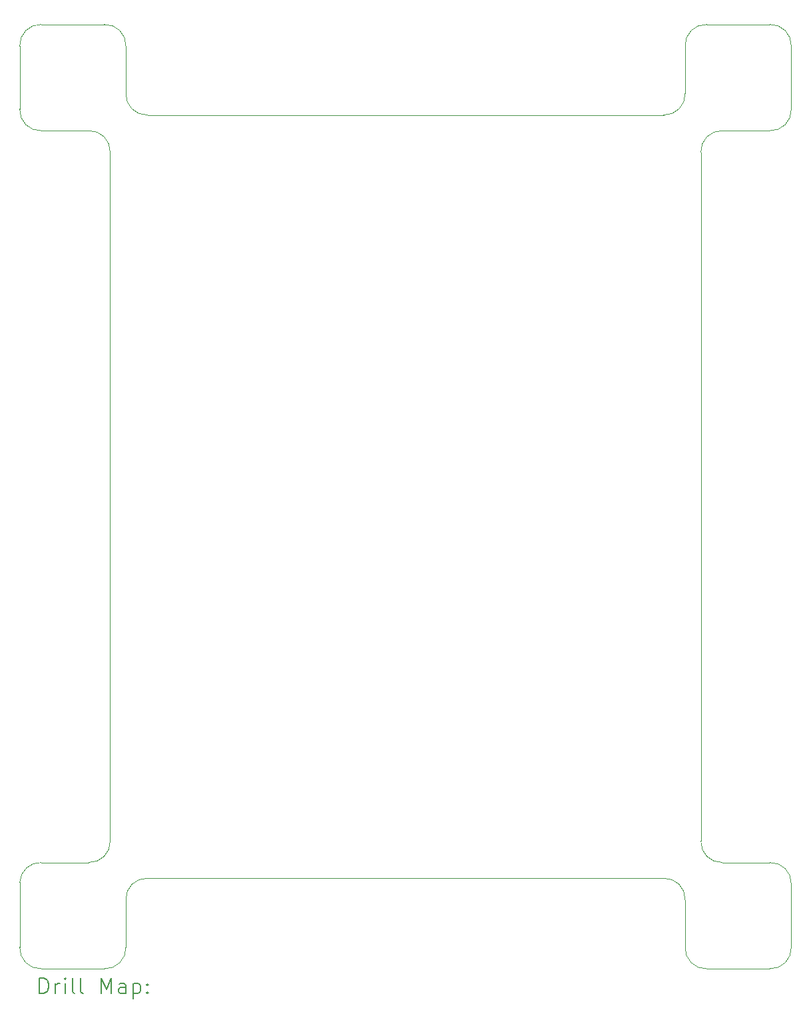
<source format=gbr>
%TF.GenerationSoftware,KiCad,Pcbnew,(6.0.9)*%
%TF.CreationDate,2022-12-13T13:02:23-05:00*%
%TF.ProjectId,Team5_Coaster_post_mdr,5465616d-355f-4436-9f61-737465725f70,rev?*%
%TF.SameCoordinates,Original*%
%TF.FileFunction,Drillmap*%
%TF.FilePolarity,Positive*%
%FSLAX45Y45*%
G04 Gerber Fmt 4.5, Leading zero omitted, Abs format (unit mm)*
G04 Created by KiCad (PCBNEW (6.0.9)) date 2022-12-13 13:02:23*
%MOMM*%
%LPD*%
G01*
G04 APERTURE LIST*
%ADD10C,0.100000*%
%ADD11C,0.200000*%
G04 APERTURE END LIST*
D10*
X17311440Y-16800000D02*
G75*
G03*
X17586440Y-16525000I11440J263560D01*
G01*
X17311440Y-15450000D02*
X16711440Y-15450000D01*
X8850000Y-16800000D02*
G75*
G03*
X9125000Y-16525000I11440J263560D01*
G01*
X16711440Y-6150000D02*
G75*
G03*
X16436440Y-6425000I-11440J-263560D01*
G01*
X16236440Y-16525000D02*
X16236440Y-15925000D01*
X9125000Y-16525000D02*
X9125000Y-15925000D01*
X17586440Y-5075000D02*
X17586440Y-5875000D01*
X17311440Y-4800000D02*
X16511440Y-4800000D01*
X8650000Y-15450000D02*
G75*
G03*
X8925000Y-15175000I11440J263560D01*
G01*
X16236440Y-5075000D02*
X16236440Y-5675000D01*
X16436440Y-15175000D02*
X16436440Y-6500000D01*
X7775000Y-16525000D02*
X7775000Y-15700000D01*
X7775000Y-5875000D02*
G75*
G03*
X8050000Y-6150000I263560J-11440D01*
G01*
X8050000Y-6150000D02*
X8650000Y-6150000D01*
X8050000Y-15450005D02*
G75*
G03*
X7775000Y-15700000I-11450J-263655D01*
G01*
X16436440Y-6500000D02*
X16436440Y-6425000D01*
X16236440Y-16525000D02*
G75*
G03*
X16511440Y-16800000I263560J-11440D01*
G01*
X8050000Y-16800000D02*
X8850000Y-16800000D01*
X17311440Y-16800000D02*
X16511440Y-16800000D01*
X9400000Y-5950000D02*
X15961440Y-5950000D01*
X9125000Y-5075000D02*
G75*
G03*
X8850000Y-4800000I-263560J11440D01*
G01*
X7775000Y-5075000D02*
X7775000Y-5875000D01*
X16436440Y-15175000D02*
G75*
G03*
X16711440Y-15450000I263560J-11440D01*
G01*
X8925000Y-6425000D02*
X8925000Y-15175000D01*
X17586440Y-15725000D02*
G75*
G03*
X17311440Y-15450000I-263560J11440D01*
G01*
X17311440Y-6150000D02*
X16711440Y-6150000D01*
X16511440Y-4800000D02*
G75*
G03*
X16236440Y-5075000I-11440J-263560D01*
G01*
X17586440Y-16525000D02*
X17586440Y-15725000D01*
X17311440Y-6150000D02*
G75*
G03*
X17586440Y-5875000I11440J263560D01*
G01*
X7775000Y-16525000D02*
G75*
G03*
X8050000Y-16800000I263560J-11440D01*
G01*
X9125000Y-5675000D02*
G75*
G03*
X9400000Y-5950000I263560J-11440D01*
G01*
X17586440Y-5075000D02*
G75*
G03*
X17311440Y-4800000I-263560J11440D01*
G01*
X8050000Y-4800000D02*
X8850000Y-4800000D01*
X15961440Y-5950000D02*
G75*
G03*
X16236440Y-5675000I11440J263560D01*
G01*
X16236440Y-15925000D02*
G75*
G03*
X15961440Y-15650000I-263560J11440D01*
G01*
X8925000Y-6425000D02*
G75*
G03*
X8650000Y-6150000I-263560J11440D01*
G01*
X8050000Y-15450000D02*
X8650000Y-15450000D01*
X8050000Y-4800000D02*
G75*
G03*
X7775000Y-5075000I-11440J-263560D01*
G01*
X9125000Y-5075000D02*
X9125000Y-5675000D01*
X9400000Y-15650000D02*
G75*
G03*
X9125000Y-15925000I-11440J-263560D01*
G01*
X9400000Y-15650000D02*
X15961440Y-15650000D01*
D11*
X8027371Y-17115724D02*
X8027371Y-16915724D01*
X8074990Y-16915724D01*
X8103561Y-16925248D01*
X8122609Y-16944296D01*
X8132133Y-16963343D01*
X8141656Y-17001439D01*
X8141656Y-17030010D01*
X8132133Y-17068105D01*
X8122609Y-17087153D01*
X8103561Y-17106201D01*
X8074990Y-17115724D01*
X8027371Y-17115724D01*
X8227371Y-17115724D02*
X8227371Y-16982391D01*
X8227371Y-17020486D02*
X8236895Y-17001439D01*
X8246418Y-16991915D01*
X8265466Y-16982391D01*
X8284514Y-16982391D01*
X8351180Y-17115724D02*
X8351180Y-16982391D01*
X8351180Y-16915724D02*
X8341656Y-16925248D01*
X8351180Y-16934772D01*
X8360704Y-16925248D01*
X8351180Y-16915724D01*
X8351180Y-16934772D01*
X8474990Y-17115724D02*
X8455942Y-17106201D01*
X8446418Y-17087153D01*
X8446418Y-16915724D01*
X8579752Y-17115724D02*
X8560704Y-17106201D01*
X8551180Y-17087153D01*
X8551180Y-16915724D01*
X8808323Y-17115724D02*
X8808323Y-16915724D01*
X8874990Y-17058582D01*
X8941657Y-16915724D01*
X8941657Y-17115724D01*
X9122609Y-17115724D02*
X9122609Y-17010962D01*
X9113085Y-16991915D01*
X9094038Y-16982391D01*
X9055942Y-16982391D01*
X9036895Y-16991915D01*
X9122609Y-17106201D02*
X9103561Y-17115724D01*
X9055942Y-17115724D01*
X9036895Y-17106201D01*
X9027371Y-17087153D01*
X9027371Y-17068105D01*
X9036895Y-17049058D01*
X9055942Y-17039534D01*
X9103561Y-17039534D01*
X9122609Y-17030010D01*
X9217847Y-16982391D02*
X9217847Y-17182391D01*
X9217847Y-16991915D02*
X9236895Y-16982391D01*
X9274990Y-16982391D01*
X9294038Y-16991915D01*
X9303561Y-17001439D01*
X9313085Y-17020486D01*
X9313085Y-17077629D01*
X9303561Y-17096677D01*
X9294038Y-17106201D01*
X9274990Y-17115724D01*
X9236895Y-17115724D01*
X9217847Y-17106201D01*
X9398799Y-17096677D02*
X9408323Y-17106201D01*
X9398799Y-17115724D01*
X9389276Y-17106201D01*
X9398799Y-17096677D01*
X9398799Y-17115724D01*
X9398799Y-16991915D02*
X9408323Y-17001439D01*
X9398799Y-17010962D01*
X9389276Y-17001439D01*
X9398799Y-16991915D01*
X9398799Y-17010962D01*
M02*

</source>
